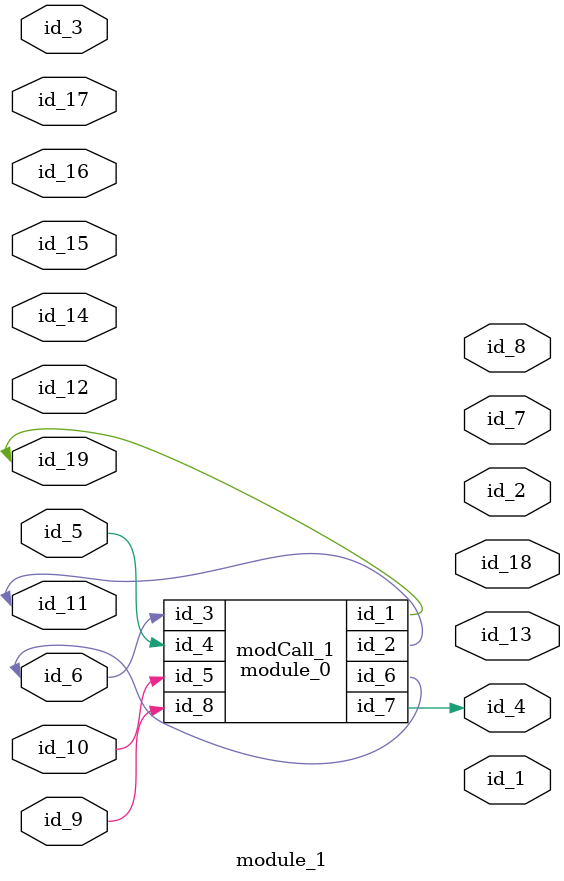
<source format=v>
module module_0 (
    id_1,
    id_2,
    id_3,
    id_4,
    id_5,
    id_6,
    id_7,
    id_8
);
  input wire id_8;
  output wire id_7;
  inout wire id_6;
  input wire id_5;
  input wire id_4;
  input wire id_3;
  output wire id_2;
  inout wire id_1;
  wire id_9;
  ;
endmodule
module module_1 (
    id_1,
    id_2,
    id_3,
    id_4,
    id_5,
    id_6,
    id_7,
    id_8,
    id_9,
    id_10,
    id_11,
    id_12,
    id_13,
    id_14,
    id_15,
    id_16,
    id_17,
    id_18,
    id_19
);
  inout wire id_19;
  output wire id_18;
  inout wire id_17;
  input wire id_16;
  inout wire id_15;
  inout wire id_14;
  output wire id_13;
  input wire id_12;
  module_0 modCall_1 (
      id_19,
      id_11,
      id_6,
      id_5,
      id_10,
      id_6,
      id_4,
      id_9
  );
  inout wire id_11;
  inout wire id_10;
  input wire id_9;
  output wire id_8;
  output wire id_7;
  inout wire id_6;
  input wire id_5;
  output wire id_4;
  input wire id_3;
  output wire id_2;
  output wire id_1;
endmodule

</source>
